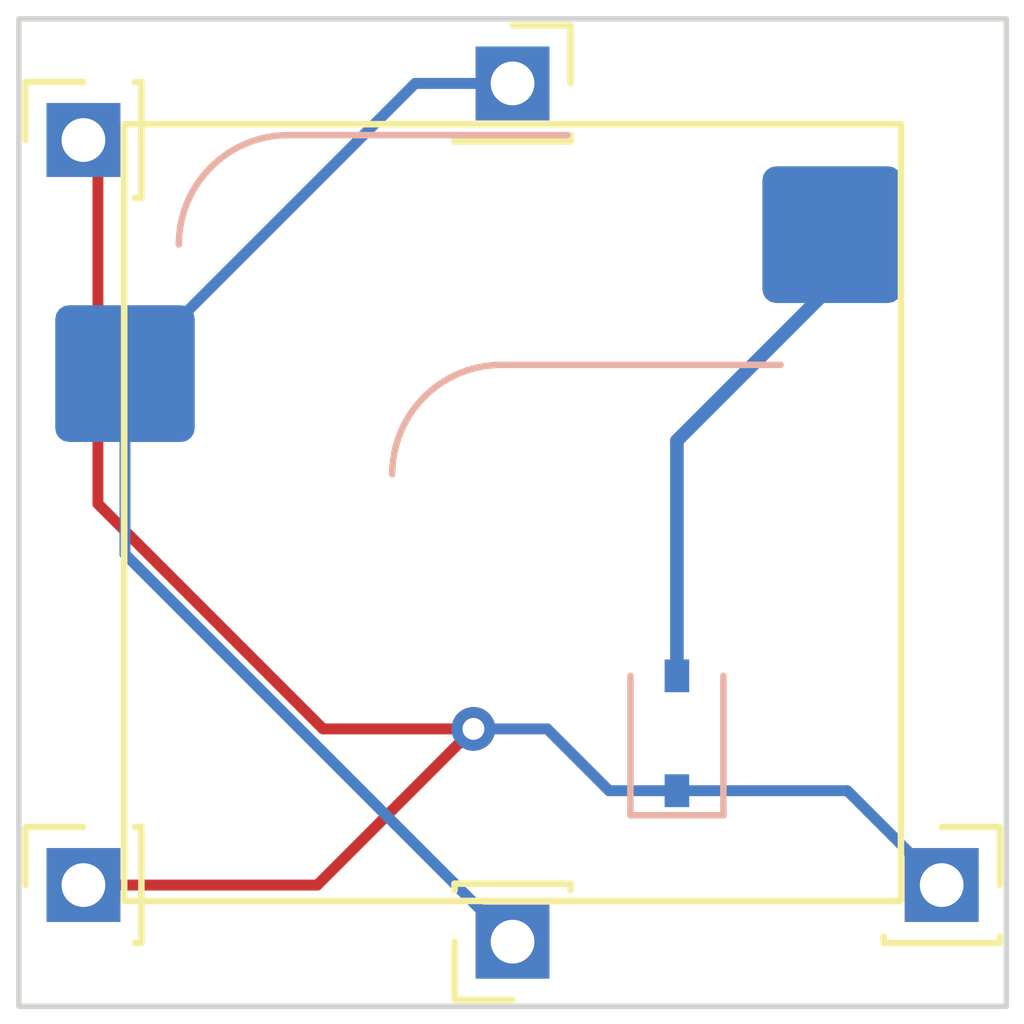
<source format=kicad_pcb>
(kicad_pcb (version 20211014) (generator pcbnew)
  (layers (0 "F.Cu" signal) (31 "B.Cu" signal) (34 "B.Paste" user) (35 "F.Paste" user) (36 "B.SilkS" user "B.Silkscreen") (37 "F.SilkS" user "F.Silkscreen") (38 "B.Mask" user) (39 "F.Mask" user) (44 "Edge.Cuts" user))
  (net 0 "")
  (net 1 "S-")
  (net 2 "Net-(SW1-Pad2)")
  (net 3 "S+")
  (footprint "Switch_Keyboard_Hotswap_Kailh.pretty:SW_Hotswap_Kailh_MX" (layer "F.Cu") (at 111.445 71.995)
    (fp_text reference "SW1" hide)
    (fp_text value "SW_Push" hide)
    (fp_line (start -4.1 -6.9) (end 1 -6.9) (layer "B.SilkS") (width 0.12))
    (fp_line (start -0.2 -2.7) (end 4.9 -2.7) (layer "B.SilkS") (width 0.12))
    (fp_arc (start -6.1 -4.9) (mid -5.514214 -6.314214) (end -4.1 -6.9) (layer "B.SilkS") (width 0.12))
    (fp_arc (start -2.2 -0.7) (mid -1.614214 -2.114214) (end -0.2 -2.7) (layer "B.SilkS") (width 0.12))
    (fp_line (start 7.1 7.1) (end 7.1 -7.1) (layer "F.SilkS") (width 0.12))
    (fp_line (start 7.1 -7.1) (end -7.1 -7.1) (layer "F.SilkS") (width 0.12))
    (fp_line (start -7.1 -7.1) (end -7.1 7.1) (layer "F.SilkS") (width 0.12))
    (fp_line (start -7.1 7.1) (end 7.1 7.1) (layer "F.SilkS") (width 0.12))
    (pad "" np_thru_hole circle locked (at -5.08 0) (size 1.75 1.75) (drill 1.75) (layers *.Cu *.Mask))
    (pad "" np_thru_hole circle locked (at -3.81 -2.54) (size 3.05 3.05) (drill 3.05) (layers *.Cu *.Mask))
    (pad "" np_thru_hole circle locked (at 2.54 -5.08) (size 3.05 3.05) (drill 3.05) (layers *.Cu *.Mask))
    (pad "" np_thru_hole circle locked (at 5.08 0) (size 1.75 1.75) (drill 1.75) (layers *.Cu *.Mask))
    (pad "" np_thru_hole circle locked (at 0 0) (size 4 4) (drill 4) (layers *.Cu *.Mask))
    (pad "1" smd roundrect locked (at -7.085 -2.54) (size 2.55 2.5) (layers "B.Cu" "B.Paste" "B.Mask") (roundrect_rratio 0.1) (net 3 "S+"))
    (pad "2" smd roundrect locked (at 5.842 -5.08) (size 2.55 2.5) (layers "B.Cu" "B.Paste" "B.Mask") (roundrect_rratio 0.1) (net 2 "Net-(SW1-Pad2)"))
  )
  (footprint "Connector_PinSocket_2.00mm:PinSocket_1x01_P2.00mm_Vertical" (layer "F.Cu") (at 119.29 78.805)
    (fp_text reference "J4" hide)
    (fp_text value "Conn_01x01_Male" hide)
    (fp_line (start -1.06 0.94) (end -1.06 1.06) (layer "F.SilkS") (width 0.12))
    (fp_line (start -1.06 1.06) (end 1.06 1.06) (layer "F.SilkS") (width 0.12))
    (fp_line (start 1.06 0.94) (end 1.06 1.06) (layer "F.SilkS") (width 0.12))
    (fp_line (start 0 -1.06) (end 1.06 -1.06) (layer "F.SilkS") (width 0.12))
    (fp_line (start 1.06 -1.06) (end 1.06 0) (layer "F.SilkS") (width 0.12))
    (pad "1" thru_hole rect (at 0 0) (size 1.35 1.35) (drill 0.8) (layers *.Cu *.Mask) (net 1 "S-"))
  )
  (footprint "Connector_PinSocket_2.00mm:PinSocket_1x01_P2.00mm_Vertical" (layer "F.Cu") (at 111.445 64.15)
    (fp_text reference "J1" hide)
    (fp_text value "Conn_01x01_Male" hide)
    (fp_line (start -1.06 1.06) (end 1.06 1.06) (layer "F.SilkS") (width 0.12))
    (fp_line (start 0 -1.06) (end 1.06 -1.06) (layer "F.SilkS") (width 0.12))
    (fp_line (start 1.06 -1.06) (end 1.06 0) (layer "F.SilkS") (width 0.12))
    (fp_line (start -1.06 0.94) (end -1.06 1.06) (layer "F.SilkS") (width 0.12))
    (fp_line (start 1.06 0.94) (end 1.06 1.06) (layer "F.SilkS") (width 0.12))
    (pad "1" thru_hole rect (at 0 0) (size 1.35 1.35) (drill 0.8) (layers *.Cu *.Mask) (net 3 "S+"))
  )
  (footprint "Connector_PinSocket_2.00mm:PinSocket_1x01_P2.00mm_Vertical" (layer "F.Cu") (at 111.445 79.84 180)
    (fp_text reference "J2" hide)
    (fp_text value "Conn_01x01_Male" hide)
    (fp_line (start 0 -1.06) (end 1.06 -1.06) (layer "F.SilkS") (width 0.12))
    (fp_line (start -1.06 0.94) (end -1.06 1.06) (layer "F.SilkS") (width 0.12))
    (fp_line (start 1.06 -1.06) (end 1.06 0) (layer "F.SilkS") (width 0.12))
    (fp_line (start 1.06 0.94) (end 1.06 1.06) (layer "F.SilkS") (width 0.12))
    (fp_line (start -1.06 1.06) (end 1.06 1.06) (layer "F.SilkS") (width 0.12))
    (pad "1" thru_hole rect (at 0 0 180) (size 1.35 1.35) (drill 0.8) (layers *.Cu *.Mask) (net 3 "S+"))
  )
  (footprint "Connector_PinSocket_2.00mm:PinSocket_1x01_P2.00mm_Vertical" (layer "F.Cu") (at 103.6 65.185 90)
    (fp_text reference "J3" hide)
    (fp_text value "Conn_01x01_Male" hide)
    (fp_line (start 1.06 0.94) (end 1.06 1.06) (layer "F.SilkS") (width 0.12))
    (fp_line (start -1.06 0.94) (end -1.06 1.06) (layer "F.SilkS") (width 0.12))
    (fp_line (start 0 -1.06) (end 1.06 -1.06) (layer "F.SilkS") (width 0.12))
    (fp_line (start -1.06 1.06) (end 1.06 1.06) (layer "F.SilkS") (width 0.12))
    (fp_line (start 1.06 -1.06) (end 1.06 0) (layer "F.SilkS") (width 0.12))
    (pad "1" thru_hole rect (at 0 0 90) (size 1.35 1.35) (drill 0.8) (layers *.Cu *.Mask) (net 1 "S-"))
  )
  (footprint "Connector_PinSocket_2.00mm:PinSocket_1x01_P2.00mm_Vertical" (layer "F.Cu") (at 103.6 78.805 90)
    (fp_text reference "J5" hide)
    (fp_text value "Conn_01x01_Male" hide)
    (fp_line (start 0 -1.06) (end 1.06 -1.06) (layer "F.SilkS") (width 0.12))
    (fp_line (start 1.06 0.94) (end 1.06 1.06) (layer "F.SilkS") (width 0.12))
    (fp_line (start 1.06 -1.06) (end 1.06 0) (layer "F.SilkS") (width 0.12))
    (fp_line (start -1.06 1.06) (end 1.06 1.06) (layer "F.SilkS") (width 0.12))
    (fp_line (start -1.06 0.94) (end -1.06 1.06) (layer "F.SilkS") (width 0.12))
    (pad "1" thru_hole rect (at 0 0 90) (size 1.35 1.35) (drill 0.8) (layers *.Cu *.Mask) (net 1 "S-"))
  )
  (footprint "Diode_SMD:D_SOD-323" (layer "B.Cu") (at 114.45 76.03 90)
    (fp_text reference "D1" hide)
    (fp_text value "1N4148" hide)
    (fp_line (start -1.5 -0.85) (end 1.05 -0.85) (layer "B.SilkS") (width 0.12))
    (fp_line (start -1.5 0.85) (end -1.5 -0.85) (layer "B.SilkS") (width 0.12))
    (fp_line (start -1.5 0.85) (end 1.05 0.85) (layer "B.SilkS") (width 0.12))
    (pad "1" smd rect (at -1.05 0 90) (size 0.6 0.45) (layers "B.Cu" "B.Paste" "B.Mask") (net 1 "S-"))
    (pad "2" smd rect (at 1.05 0 90) (size 0.6 0.45) (layers "B.Cu" "B.Paste" "B.Mask") (net 2 "Net-(SW1-Pad2)"))
  )
  (gr_rect (start 102.42 62.97) (end 120.47 81.02) (layer "Edge.Cuts") (width 0.1) (fill none))
  (segment (start 103.865 65.185) (end 103.865 71.835) (width 0.2) (layer "F.Cu") (net 1))
  (segment (start 103.865 71.835) (end 107.98 75.95) (width 0.2) (layer "F.Cu") (net 1))
  (segment (start 107.875 78.805) (end 103.865 78.805) (width 0.2) (layer "F.Cu") (net 1))
  (segment (start 107.98 75.95) (end 110.73 75.95) (width 0.2) (layer "F.Cu") (net 1))
  (segment (start 110.73 75.95) (end 107.875 78.805) (width 0.2) (layer "F.Cu") (net 1))
  (via (at 110.73 75.95) (size 0.8) (drill 0.4) (layers "F.Cu" "B.Cu") (net 1))
  (segment (start 112.08 75.95) (end 113.21 77.08) (width 0.2) (layer "B.Cu") (net 1))
  (segment (start 119.29 78.805) (end 117.565 77.08) (width 0.2) (layer "B.Cu") (net 1))
  (segment (start 117.565 77.08) (end 114.45 77.08) (width 0.2) (layer "B.Cu") (net 1))
  (segment (start 110.73 75.95) (end 112.08 75.95) (width 0.2) (layer "B.Cu") (net 1))
  (segment (start 113.21 77.08) (end 114.45 77.08) (width 0.2) (layer "B.Cu") (net 1))
  (segment (start 114.45 70.68) (end 114.45 74.98) (width 0.25) (layer "B.Cu") (net 2))
  (segment (start 117.287 66.915) (end 117.287 67.843) (width 0.25) (layer "B.Cu") (net 2))
  (segment (start 117.287 67.843) (end 114.45 70.68) (width 0.25) (layer "B.Cu") (net 2))
  (segment (start 104.36 69.455) (end 104.36 72.755) (width 0.2) (layer "B.Cu") (net 3))
  (segment (start 111.445 64.15) (end 109.665 64.15) (width 0.2) (layer "B.Cu") (net 3))
  (segment (start 104.36 72.755) (end 111.445 79.84) (width 0.2) (layer "B.Cu") (net 3))
  (segment (start 109.665 64.15) (end 104.36 69.455) (width 0.2) (layer "B.Cu") (net 3))
)
</source>
